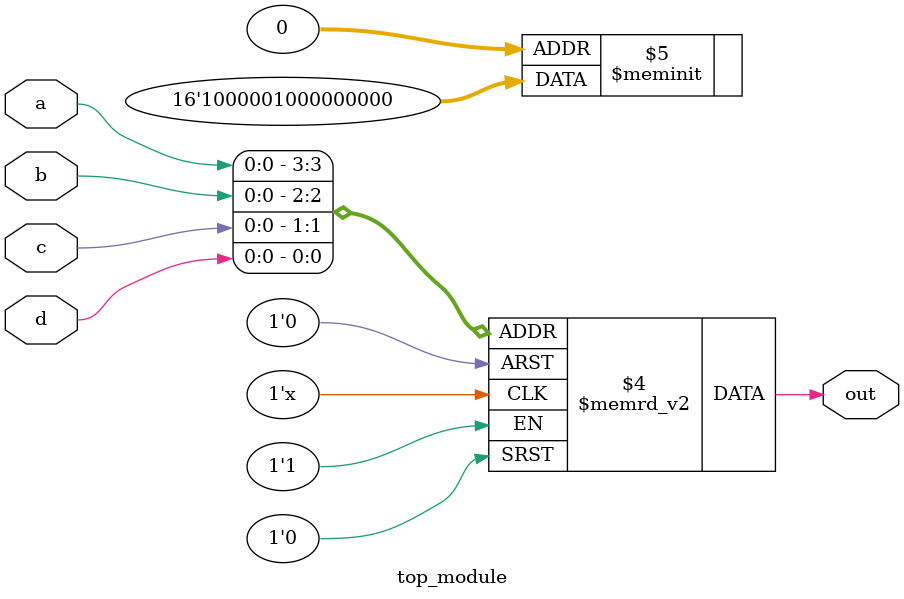
<source format=sv>
module top_module (
    input a, 
    input b,
    input c,
    input d,
    output reg out
);

always @(*) begin
    case ({a, b, c, d})
        4'b0000: out = 1'b0;
        4'b0001: out = 1'b0;
        4'b0010: out = 1'b0;
        4'b0011: out = 1'b0;
        4'b0100: out = 1'b0;
        4'b0101: out = 1'b0;
        4'b0110: out = 1'b0;
        4'b0111: out = 1'b0;
        4'b1000: out = 1'b0;
        4'b1001: out = 1'b1;
        4'b1010: out = 1'b0;
        4'b1011: out = 1'b0;
        4'b1100: out = 1'b0;
        4'b1101: out = 1'b0;
        4'b1110: out = 1'b0;
        4'b1111: out = 1'b1;
    endcase
end

endmodule

</source>
